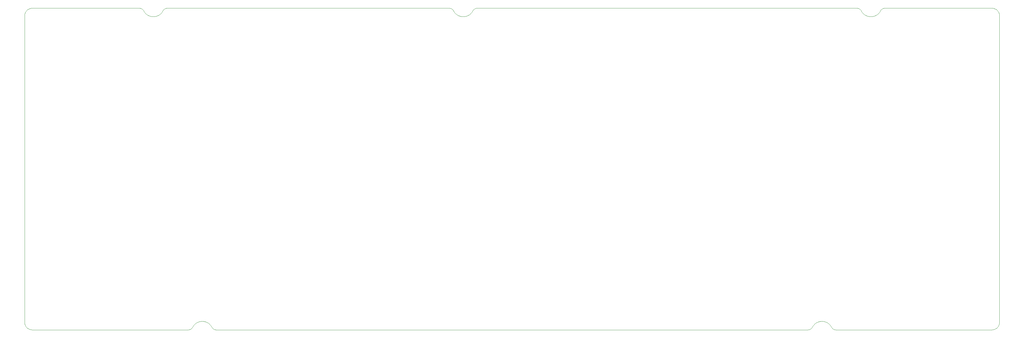
<source format=gbr>
G04 #@! TF.GenerationSoftware,KiCad,Pcbnew,(6.0.4)*
G04 #@! TF.CreationDate,2022-04-01T19:19:07+02:00*
G04 #@! TF.ProjectId,pcb,7063622e-6b69-4636-9164-5f7063625858,rev?*
G04 #@! TF.SameCoordinates,Original*
G04 #@! TF.FileFunction,Profile,NP*
%FSLAX46Y46*%
G04 Gerber Fmt 4.6, Leading zero omitted, Abs format (unit mm)*
G04 Created by KiCad (PCBNEW (6.0.4)) date 2022-04-01 19:19:07*
%MOMM*%
%LPD*%
G01*
G04 APERTURE LIST*
%ADD10C,0.100000*%
G04 #@! TA.AperFunction,Profile*
%ADD11C,0.100000*%
G04 #@! TD*
G04 APERTURE END LIST*
D10*
X33976895Y-525000D02*
X34081108Y-528611D01*
X34183931Y-539323D01*
X34285058Y-556950D01*
X34384186Y-581309D01*
X34481009Y-612213D01*
X34575223Y-649480D01*
X34666524Y-692924D01*
X34754608Y-742361D01*
X34839171Y-797606D01*
X34919907Y-858475D01*
X34996512Y-924783D01*
X35068683Y-996346D01*
X35136114Y-1072979D01*
X35198502Y-1154497D01*
X35255541Y-1240716D01*
X35306929Y-1331452D01*
D11*
X229239395Y-94725000D02*
X56510606Y-94725000D01*
D10*
X243526895Y-525000D02*
X243631108Y-528611D01*
X243733931Y-539323D01*
X243835058Y-556950D01*
X243934186Y-581309D01*
X244031009Y-612213D01*
X244125223Y-649480D01*
X244216524Y-692924D01*
X244304608Y-742361D01*
X244389171Y-797606D01*
X244469907Y-858475D01*
X244546512Y-924783D01*
X244618683Y-996346D01*
X244686114Y-1072979D01*
X244748502Y-1154497D01*
X244805541Y-1240716D01*
X244856929Y-1331452D01*
D11*
X48264395Y-94725000D02*
X2775000Y-94725000D01*
D10*
X236155572Y-93918548D02*
X236206959Y-94009283D01*
X236263998Y-94095502D01*
X236326386Y-94177021D01*
X236393817Y-94253653D01*
X236465988Y-94325216D01*
X236542593Y-94391524D01*
X236623329Y-94452393D01*
X236707892Y-94507638D01*
X236795976Y-94557075D01*
X236887277Y-94600519D01*
X236981491Y-94637786D01*
X237078314Y-94668691D01*
X237177442Y-94693049D01*
X237278569Y-94710676D01*
X237381392Y-94721388D01*
X237485606Y-94725000D01*
D11*
X282975000Y-94725000D02*
X237485606Y-94725000D01*
X33976895Y-525000D02*
X2775000Y-525000D01*
D10*
X132710606Y-525000D02*
X132606392Y-528611D01*
X132503569Y-539323D01*
X132402442Y-556950D01*
X132303314Y-581309D01*
X132206491Y-612213D01*
X132112277Y-649480D01*
X132020976Y-692924D01*
X131932892Y-742361D01*
X131848329Y-797606D01*
X131767593Y-858475D01*
X131690988Y-924783D01*
X131618817Y-996346D01*
X131551386Y-1072979D01*
X131488998Y-1154497D01*
X131431959Y-1240716D01*
X131380572Y-1331452D01*
X35306928Y-1331452D02*
X35359360Y-1427885D01*
X35414841Y-1521996D01*
X35473289Y-1613736D01*
X35534624Y-1703056D01*
X35598767Y-1789908D01*
X35665638Y-1874244D01*
X35735157Y-1956015D01*
X35807244Y-2035172D01*
X35881819Y-2111668D01*
X35958802Y-2185454D01*
X36038114Y-2256481D01*
X36119674Y-2324701D01*
X36203403Y-2390065D01*
X36289220Y-2452525D01*
X36377046Y-2512033D01*
X36466800Y-2568540D01*
X36558404Y-2621998D01*
X36651777Y-2672358D01*
X36746838Y-2719571D01*
X36843509Y-2763590D01*
X36941710Y-2804366D01*
X37041360Y-2841850D01*
X37142379Y-2875995D01*
X37244688Y-2906751D01*
X37348207Y-2934070D01*
X37452855Y-2957903D01*
X37558554Y-2978203D01*
X37665222Y-2994921D01*
X37772781Y-3008007D01*
X37881150Y-3017415D01*
X37990250Y-3023095D01*
X38100000Y-3025000D01*
X128587500Y-3025000D02*
X128697249Y-3023095D01*
X128806349Y-3017415D01*
X128914718Y-3008008D01*
X129022276Y-2994921D01*
X129128945Y-2978203D01*
X129234643Y-2957904D01*
X129339292Y-2934070D01*
X129442811Y-2906751D01*
X129545120Y-2875995D01*
X129646139Y-2841851D01*
X129745789Y-2804367D01*
X129843989Y-2763591D01*
X129940660Y-2719572D01*
X130035722Y-2672358D01*
X130129095Y-2621999D01*
X130220698Y-2568541D01*
X130310453Y-2512034D01*
X130398279Y-2452526D01*
X130484096Y-2390066D01*
X130567824Y-2324701D01*
X130649384Y-2256481D01*
X130728696Y-2185454D01*
X130805679Y-2111669D01*
X130880254Y-2035173D01*
X130952341Y-1956015D01*
X131021860Y-1874244D01*
X131088731Y-1789908D01*
X131152874Y-1703056D01*
X131214210Y-1613736D01*
X131272657Y-1521996D01*
X131328138Y-1427885D01*
X131380571Y-1331452D01*
X42223106Y-525000D02*
X42118892Y-528611D01*
X42016069Y-539323D01*
X41914942Y-556950D01*
X41815814Y-581309D01*
X41718991Y-612213D01*
X41624777Y-649480D01*
X41533476Y-692924D01*
X41445392Y-742361D01*
X41360829Y-797606D01*
X41280093Y-858475D01*
X41203488Y-924783D01*
X41131317Y-996346D01*
X41063886Y-1072979D01*
X41001498Y-1154497D01*
X40944459Y-1240716D01*
X40893072Y-1331452D01*
X55180572Y-93918548D02*
X55128139Y-93822114D01*
X55072658Y-93728003D01*
X55014211Y-93636263D01*
X54952875Y-93546943D01*
X54888732Y-93460091D01*
X54821861Y-93375755D01*
X54752342Y-93293984D01*
X54680255Y-93214826D01*
X54605680Y-93138330D01*
X54528697Y-93064545D01*
X54449385Y-92993518D01*
X54367825Y-92925298D01*
X54284097Y-92859933D01*
X54198280Y-92797473D01*
X54110454Y-92737965D01*
X54020699Y-92681458D01*
X53929095Y-92628000D01*
X53835723Y-92577640D01*
X53740661Y-92530427D01*
X53643990Y-92486408D01*
X53545789Y-92445632D01*
X53446140Y-92408148D01*
X53345120Y-92374003D01*
X53242811Y-92343247D01*
X53139292Y-92315928D01*
X53034644Y-92292095D01*
X52928945Y-92271795D01*
X52822277Y-92255077D01*
X52714718Y-92241991D01*
X52606349Y-92232583D01*
X52497249Y-92226903D01*
X52387500Y-92224999D01*
X2775000Y-525000D02*
X2663428Y-527765D01*
X2552615Y-536010D01*
X2442743Y-549657D01*
X2333997Y-568632D01*
X2226561Y-592857D01*
X2120621Y-622256D01*
X2016359Y-656753D01*
X1913962Y-696271D01*
X1813613Y-740733D01*
X1715496Y-790064D01*
X1619797Y-844187D01*
X1526699Y-903026D01*
X1436386Y-966504D01*
X1349045Y-1034545D01*
X1264857Y-1107072D01*
X1184010Y-1184010D01*
X124464395Y-525000D02*
X124568608Y-528611D01*
X124671431Y-539323D01*
X124772558Y-556950D01*
X124871686Y-581309D01*
X124968509Y-612213D01*
X125062723Y-649480D01*
X125154024Y-692924D01*
X125242108Y-742361D01*
X125326671Y-797606D01*
X125407407Y-858475D01*
X125484012Y-924783D01*
X125556183Y-996346D01*
X125623614Y-1072979D01*
X125686002Y-1154497D01*
X125743041Y-1240716D01*
X125794429Y-1331452D01*
X236155572Y-93918548D02*
X236103139Y-93822114D01*
X236047658Y-93728003D01*
X235989211Y-93636263D01*
X235927875Y-93546943D01*
X235863732Y-93460091D01*
X235796861Y-93375755D01*
X235727342Y-93293984D01*
X235655255Y-93214826D01*
X235580680Y-93138330D01*
X235503697Y-93064545D01*
X235424385Y-92993518D01*
X235342825Y-92925298D01*
X235259097Y-92859933D01*
X235173280Y-92797473D01*
X235085454Y-92737965D01*
X234995699Y-92681458D01*
X234904095Y-92628000D01*
X234810723Y-92577640D01*
X234715661Y-92530427D01*
X234618990Y-92486408D01*
X234520789Y-92445632D01*
X234421140Y-92408148D01*
X234320120Y-92374003D01*
X234217811Y-92343247D01*
X234114292Y-92315928D01*
X234009644Y-92292095D01*
X233903945Y-92271795D01*
X233797277Y-92255077D01*
X233689718Y-92241991D01*
X233581349Y-92232583D01*
X233472249Y-92226903D01*
X233362500Y-92224999D01*
D11*
X243526895Y-525000D02*
X132710606Y-525000D01*
D10*
X247650000Y-3025000D02*
X247759749Y-3023095D01*
X247868849Y-3017415D01*
X247977218Y-3008008D01*
X248084776Y-2994921D01*
X248191445Y-2978203D01*
X248297143Y-2957904D01*
X248401792Y-2934070D01*
X248505311Y-2906751D01*
X248607620Y-2875995D01*
X248708639Y-2841851D01*
X248808289Y-2804367D01*
X248906489Y-2763591D01*
X249003160Y-2719572D01*
X249098222Y-2672358D01*
X249191595Y-2621999D01*
X249283198Y-2568541D01*
X249372953Y-2512034D01*
X249460779Y-2452526D01*
X249546596Y-2390066D01*
X249630324Y-2324701D01*
X249711884Y-2256481D01*
X249791196Y-2185454D01*
X249868179Y-2111669D01*
X249942754Y-2035173D01*
X250014841Y-1956015D01*
X250084360Y-1874244D01*
X250151231Y-1789908D01*
X250215374Y-1703056D01*
X250276710Y-1613736D01*
X250335157Y-1521996D01*
X250390638Y-1427885D01*
X250443071Y-1331452D01*
X38100000Y-3025000D02*
X38209749Y-3023095D01*
X38318849Y-3017415D01*
X38427218Y-3008008D01*
X38534776Y-2994921D01*
X38641445Y-2978203D01*
X38747143Y-2957904D01*
X38851792Y-2934070D01*
X38955311Y-2906751D01*
X39057620Y-2875995D01*
X39158639Y-2841851D01*
X39258289Y-2804367D01*
X39356489Y-2763591D01*
X39453160Y-2719572D01*
X39548222Y-2672358D01*
X39641595Y-2621999D01*
X39733198Y-2568541D01*
X39822953Y-2512034D01*
X39910779Y-2452526D01*
X39996596Y-2390066D01*
X40080324Y-2324701D01*
X40161884Y-2256481D01*
X40241196Y-2185454D01*
X40318179Y-2111669D01*
X40392754Y-2035173D01*
X40464841Y-1956015D01*
X40534360Y-1874244D01*
X40601231Y-1789908D01*
X40665374Y-1703056D01*
X40726710Y-1613736D01*
X40785157Y-1521996D01*
X40840638Y-1427885D01*
X40893071Y-1331452D01*
D11*
X124464395Y-525000D02*
X42223106Y-525000D01*
D10*
X48264395Y-94725000D02*
X48368608Y-94721388D01*
X48471431Y-94710676D01*
X48572558Y-94693049D01*
X48671686Y-94668691D01*
X48768509Y-94637786D01*
X48862723Y-94600519D01*
X48954024Y-94557075D01*
X49042108Y-94507638D01*
X49126671Y-94452393D01*
X49207407Y-94391524D01*
X49284012Y-94325216D01*
X49356183Y-94253653D01*
X49423614Y-94177021D01*
X49486002Y-94095502D01*
X49543041Y-94009283D01*
X49594429Y-93918548D01*
X251773106Y-525000D02*
X251668892Y-528611D01*
X251566069Y-539323D01*
X251464942Y-556950D01*
X251365814Y-581309D01*
X251268991Y-612213D01*
X251174777Y-649480D01*
X251083476Y-692924D01*
X250995392Y-742361D01*
X250910829Y-797606D01*
X250830093Y-858475D01*
X250753488Y-924783D01*
X250681317Y-996346D01*
X250613886Y-1072979D01*
X250551498Y-1154497D01*
X250494459Y-1240716D01*
X250443072Y-1331452D01*
X1184010Y-94065991D02*
X1264857Y-94142928D01*
X1349045Y-94215455D01*
X1436386Y-94283495D01*
X1526699Y-94346973D01*
X1619797Y-94405812D01*
X1715496Y-94459935D01*
X1813613Y-94509266D01*
X1913962Y-94553729D01*
X2016359Y-94593246D01*
X2120621Y-94627743D01*
X2226561Y-94657142D01*
X2333997Y-94681367D01*
X2442743Y-94700342D01*
X2552615Y-94713989D01*
X2663428Y-94722234D01*
X2775000Y-94725000D01*
X284565990Y-94065991D02*
X284642927Y-93985143D01*
X284715454Y-93900955D01*
X284783495Y-93813613D01*
X284846973Y-93723301D01*
X284905812Y-93630203D01*
X284959935Y-93534503D01*
X285009266Y-93436387D01*
X285053728Y-93336038D01*
X285093246Y-93233640D01*
X285127743Y-93129379D01*
X285157142Y-93023438D01*
X285181367Y-92916003D01*
X285200342Y-92807256D01*
X285213989Y-92697384D01*
X285222234Y-92586571D01*
X285225000Y-92475000D01*
X125794428Y-1331452D02*
X125846860Y-1427885D01*
X125902341Y-1521996D01*
X125960789Y-1613736D01*
X126022124Y-1703056D01*
X126086267Y-1789908D01*
X126153138Y-1874244D01*
X126222657Y-1956015D01*
X126294744Y-2035172D01*
X126369319Y-2111668D01*
X126446302Y-2185454D01*
X126525614Y-2256481D01*
X126607174Y-2324701D01*
X126690903Y-2390065D01*
X126776720Y-2452525D01*
X126864546Y-2512033D01*
X126954300Y-2568540D01*
X127045904Y-2621998D01*
X127139277Y-2672358D01*
X127234338Y-2719571D01*
X127331009Y-2763590D01*
X127429210Y-2804366D01*
X127528860Y-2841850D01*
X127629879Y-2875995D01*
X127732188Y-2906751D01*
X127835707Y-2934070D01*
X127940355Y-2957903D01*
X128046054Y-2978203D01*
X128152722Y-2994921D01*
X128260281Y-3008007D01*
X128368650Y-3017415D01*
X128477750Y-3023095D01*
X128587500Y-3025000D01*
X55180572Y-93918548D02*
X55231959Y-94009283D01*
X55288998Y-94095502D01*
X55351386Y-94177021D01*
X55418817Y-94253653D01*
X55490988Y-94325216D01*
X55567593Y-94391524D01*
X55648329Y-94452393D01*
X55732892Y-94507638D01*
X55820976Y-94557075D01*
X55912277Y-94600519D01*
X56006491Y-94637786D01*
X56103314Y-94668691D01*
X56202442Y-94693049D01*
X56303569Y-94710676D01*
X56406392Y-94721388D01*
X56510606Y-94725000D01*
D11*
X525000Y-92475000D02*
X525000Y-2775000D01*
D10*
X233362500Y-92224999D02*
X233252750Y-92226903D01*
X233143650Y-92232583D01*
X233035281Y-92241991D01*
X232927722Y-92255077D01*
X232821054Y-92271795D01*
X232715355Y-92292095D01*
X232610707Y-92315928D01*
X232507188Y-92343247D01*
X232404879Y-92374003D01*
X232303859Y-92408148D01*
X232204210Y-92445632D01*
X232106009Y-92486408D01*
X232009338Y-92530427D01*
X231914276Y-92577640D01*
X231820904Y-92628000D01*
X231729300Y-92681458D01*
X231639545Y-92737965D01*
X231551719Y-92797473D01*
X231465902Y-92859933D01*
X231382174Y-92925298D01*
X231300614Y-92993518D01*
X231221302Y-93064545D01*
X231144319Y-93138330D01*
X231069744Y-93214826D01*
X230997657Y-93293984D01*
X230928138Y-93375755D01*
X230861267Y-93460091D01*
X230797124Y-93546943D01*
X230735788Y-93636263D01*
X230677341Y-93728003D01*
X230621860Y-93822114D01*
X230569428Y-93918548D01*
X282975000Y-94725000D02*
X283086571Y-94722234D01*
X283197384Y-94713989D01*
X283307256Y-94700342D01*
X283416002Y-94681367D01*
X283523438Y-94657142D01*
X283629378Y-94627743D01*
X283733640Y-94593246D01*
X283836037Y-94553729D01*
X283936386Y-94509266D01*
X284034503Y-94459935D01*
X284130202Y-94405812D01*
X284223300Y-94346973D01*
X284313613Y-94283495D01*
X284400954Y-94215455D01*
X284485142Y-94142928D01*
X284565990Y-94065991D01*
X244856928Y-1331452D02*
X244909360Y-1427885D01*
X244964841Y-1521996D01*
X245023289Y-1613736D01*
X245084624Y-1703056D01*
X245148767Y-1789908D01*
X245215638Y-1874244D01*
X245285157Y-1956015D01*
X245357244Y-2035172D01*
X245431819Y-2111668D01*
X245508802Y-2185454D01*
X245588114Y-2256481D01*
X245669674Y-2324701D01*
X245753403Y-2390065D01*
X245839220Y-2452525D01*
X245927046Y-2512033D01*
X246016800Y-2568540D01*
X246108404Y-2621998D01*
X246201777Y-2672358D01*
X246296838Y-2719571D01*
X246393509Y-2763590D01*
X246491710Y-2804366D01*
X246591360Y-2841850D01*
X246692379Y-2875995D01*
X246794688Y-2906751D01*
X246898207Y-2934070D01*
X247002855Y-2957903D01*
X247108554Y-2978203D01*
X247215222Y-2994921D01*
X247322781Y-3008007D01*
X247431150Y-3017415D01*
X247540250Y-3023095D01*
X247650000Y-3025000D01*
X285225000Y-2775000D02*
X285222234Y-2663428D01*
X285213989Y-2552615D01*
X285200342Y-2442743D01*
X285181367Y-2333997D01*
X285157142Y-2226561D01*
X285127743Y-2120621D01*
X285093246Y-2016359D01*
X285053728Y-1913962D01*
X285009266Y-1813613D01*
X284959935Y-1715496D01*
X284905812Y-1619797D01*
X284846973Y-1526699D01*
X284783495Y-1436386D01*
X284715454Y-1349045D01*
X284642927Y-1264857D01*
X284565990Y-1184010D01*
X525000Y-92475000D02*
X527765Y-92586571D01*
X536010Y-92697384D01*
X549657Y-92807256D01*
X568632Y-92916003D01*
X592857Y-93023438D01*
X622256Y-93129379D01*
X656753Y-93233640D01*
X696271Y-93336038D01*
X740733Y-93436387D01*
X790064Y-93534503D01*
X844187Y-93630203D01*
X903026Y-93723301D01*
X966504Y-93813613D01*
X1034545Y-93900955D01*
X1107072Y-93985143D01*
X1184010Y-94065991D01*
X52387500Y-92224999D02*
X52277750Y-92226903D01*
X52168650Y-92232583D01*
X52060281Y-92241991D01*
X51952722Y-92255077D01*
X51846054Y-92271795D01*
X51740355Y-92292095D01*
X51635707Y-92315928D01*
X51532188Y-92343247D01*
X51429879Y-92374003D01*
X51328859Y-92408148D01*
X51229210Y-92445632D01*
X51131009Y-92486408D01*
X51034338Y-92530427D01*
X50939276Y-92577640D01*
X50845904Y-92628000D01*
X50754300Y-92681458D01*
X50664545Y-92737965D01*
X50576719Y-92797473D01*
X50490902Y-92859933D01*
X50407174Y-92925298D01*
X50325614Y-92993518D01*
X50246302Y-93064545D01*
X50169319Y-93138330D01*
X50094744Y-93214826D01*
X50022657Y-93293984D01*
X49953138Y-93375755D01*
X49886267Y-93460091D01*
X49822124Y-93546943D01*
X49760788Y-93636263D01*
X49702341Y-93728003D01*
X49646860Y-93822114D01*
X49594428Y-93918548D01*
X284565990Y-1184010D02*
X284485142Y-1107072D01*
X284400954Y-1034545D01*
X284313613Y-966504D01*
X284223300Y-903026D01*
X284130202Y-844187D01*
X284034503Y-790064D01*
X283936386Y-740733D01*
X283836037Y-696271D01*
X283733640Y-656753D01*
X283629378Y-622256D01*
X283523438Y-592857D01*
X283416002Y-568632D01*
X283307256Y-549657D01*
X283197384Y-536010D01*
X283086571Y-527765D01*
X282975000Y-525000D01*
D11*
X285225000Y-92475000D02*
X285225000Y-2775000D01*
D10*
X1184010Y-1184010D02*
X1107072Y-1264857D01*
X1034545Y-1349045D01*
X966504Y-1436386D01*
X903026Y-1526699D01*
X844187Y-1619797D01*
X790064Y-1715496D01*
X740733Y-1813613D01*
X696271Y-1913962D01*
X656753Y-2016359D01*
X622256Y-2120621D01*
X592857Y-2226561D01*
X568632Y-2333997D01*
X549657Y-2442743D01*
X536010Y-2552615D01*
X527765Y-2663428D01*
X525000Y-2775000D01*
D11*
X282975000Y-525000D02*
X251773106Y-525000D01*
D10*
X229239395Y-94725000D02*
X229343608Y-94721388D01*
X229446431Y-94710676D01*
X229547558Y-94693049D01*
X229646686Y-94668691D01*
X229743509Y-94637786D01*
X229837723Y-94600519D01*
X229929024Y-94557075D01*
X230017108Y-94507638D01*
X230101671Y-94452393D01*
X230182407Y-94391524D01*
X230259012Y-94325216D01*
X230331183Y-94253653D01*
X230398614Y-94177021D01*
X230461002Y-94095502D01*
X230518041Y-94009283D01*
X230569429Y-93918548D01*
M02*

</source>
